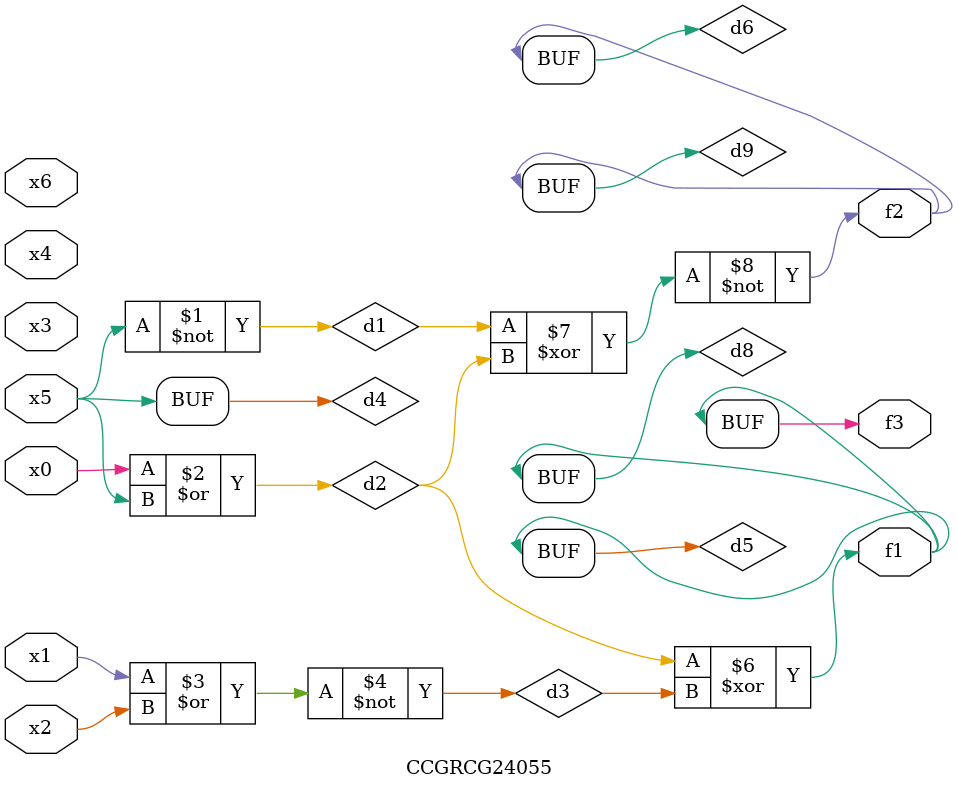
<source format=v>
module CCGRCG24055(
	input x0, x1, x2, x3, x4, x5, x6,
	output f1, f2, f3
);

	wire d1, d2, d3, d4, d5, d6, d7, d8, d9;

	nand (d1, x5);
	or (d2, x0, x5);
	nor (d3, x1, x2);
	xnor (d4, d1);
	xor (d5, d2, d3);
	xnor (d6, d1, d2);
	not (d7, x4);
	buf (d8, d5);
	xor (d9, d6);
	assign f1 = d8;
	assign f2 = d9;
	assign f3 = d8;
endmodule

</source>
